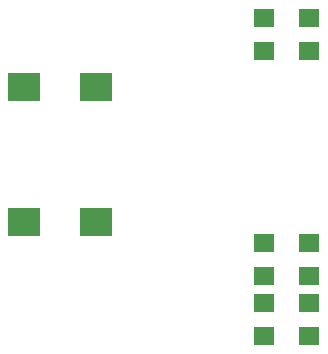
<source format=gtp>
G75*
%MOIN*%
%OFA0B0*%
%FSLAX25Y25*%
%IPPOS*%
%LPD*%
%AMOC8*
5,1,8,0,0,1.08239X$1,22.5*
%
%ADD10R,0.11024X0.09449*%
%ADD11R,0.07087X0.06299*%
D10*
X0062595Y0086492D03*
X0086611Y0086492D03*
X0086611Y0131374D03*
X0062595Y0131374D03*
D11*
X0142595Y0143421D03*
X0142595Y0154445D03*
X0157595Y0154445D03*
X0157595Y0143421D03*
X0157595Y0079445D03*
X0157595Y0068421D03*
X0157595Y0059445D03*
X0157595Y0048421D03*
X0142595Y0048421D03*
X0142595Y0059445D03*
X0142595Y0068421D03*
X0142595Y0079445D03*
M02*

</source>
